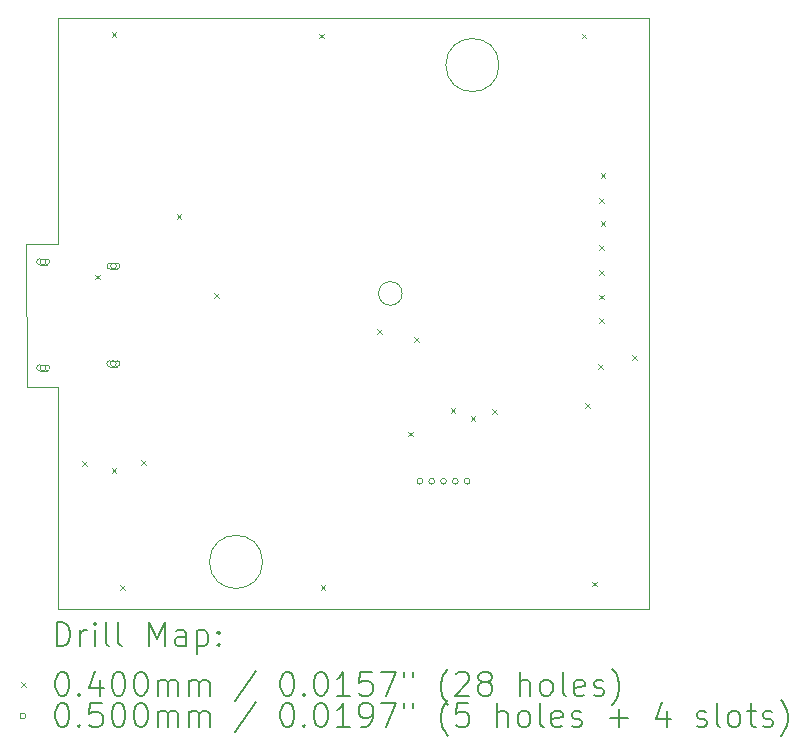
<source format=gbr>
%TF.GenerationSoftware,KiCad,Pcbnew,7.0.9*%
%TF.CreationDate,2023-11-26T00:13:49+01:00*%
%TF.ProjectId,v1,76312e6b-6963-4616-945f-706362585858,rev?*%
%TF.SameCoordinates,Original*%
%TF.FileFunction,Drillmap*%
%TF.FilePolarity,Positive*%
%FSLAX45Y45*%
G04 Gerber Fmt 4.5, Leading zero omitted, Abs format (unit mm)*
G04 Created by KiCad (PCBNEW 7.0.9) date 2023-11-26 00:13:49*
%MOMM*%
%LPD*%
G01*
G04 APERTURE LIST*
%ADD10C,0.100000*%
%ADD11C,0.200000*%
G04 APERTURE END LIST*
D10*
X17270720Y-7620000D02*
X17270720Y-12618720D01*
X12002000Y-10740000D02*
X12272000Y-10740000D01*
X17270720Y-12618720D02*
X12272000Y-12618720D01*
X12272000Y-9530000D02*
X12000000Y-9530000D01*
X12272000Y-7620000D02*
X17270720Y-7620000D01*
X15182000Y-9950000D02*
G75*
G03*
X15182000Y-9950000I-100000J0D01*
G01*
X12272000Y-12618720D02*
X12272000Y-10740000D01*
X12000000Y-9530000D02*
X12002000Y-10740000D01*
X16002200Y-8016240D02*
G75*
G03*
X16002200Y-8016240I-225000J0D01*
G01*
X14000680Y-12222480D02*
G75*
G03*
X14000680Y-12222480I-225000J0D01*
G01*
X12272000Y-9530000D02*
X12272000Y-7620000D01*
D11*
D10*
X12472000Y-11370000D02*
X12512000Y-11410000D01*
X12512000Y-11370000D02*
X12472000Y-11410000D01*
X12582000Y-9790000D02*
X12622000Y-9830000D01*
X12622000Y-9790000D02*
X12582000Y-9830000D01*
X12722000Y-7740000D02*
X12762000Y-7780000D01*
X12762000Y-7740000D02*
X12722000Y-7780000D01*
X12722000Y-11430000D02*
X12762000Y-11470000D01*
X12762000Y-11430000D02*
X12722000Y-11470000D01*
X12792000Y-12420000D02*
X12832000Y-12460000D01*
X12832000Y-12420000D02*
X12792000Y-12460000D01*
X12972000Y-11360000D02*
X13012000Y-11400000D01*
X13012000Y-11360000D02*
X12972000Y-11400000D01*
X13272000Y-9280000D02*
X13312000Y-9320000D01*
X13312000Y-9280000D02*
X13272000Y-9320000D01*
X13592000Y-9950000D02*
X13632000Y-9990000D01*
X13632000Y-9950000D02*
X13592000Y-9990000D01*
X14482000Y-7750000D02*
X14522000Y-7790000D01*
X14522000Y-7750000D02*
X14482000Y-7790000D01*
X14492000Y-12420000D02*
X14532000Y-12460000D01*
X14532000Y-12420000D02*
X14492000Y-12460000D01*
X14972000Y-10250000D02*
X15012000Y-10290000D01*
X15012000Y-10250000D02*
X14972000Y-10290000D01*
X15232000Y-11120000D02*
X15272000Y-11160000D01*
X15272000Y-11120000D02*
X15232000Y-11160000D01*
X15282000Y-10320000D02*
X15322000Y-10360000D01*
X15322000Y-10320000D02*
X15282000Y-10360000D01*
X15592000Y-10920000D02*
X15632000Y-10960000D01*
X15632000Y-10920000D02*
X15592000Y-10960000D01*
X15762000Y-10990000D02*
X15802000Y-11030000D01*
X15802000Y-10990000D02*
X15762000Y-11030000D01*
X15942000Y-10930000D02*
X15982000Y-10970000D01*
X15982000Y-10930000D02*
X15942000Y-10970000D01*
X16702000Y-7750000D02*
X16742000Y-7790000D01*
X16742000Y-7750000D02*
X16702000Y-7790000D01*
X16732000Y-10880000D02*
X16772000Y-10920000D01*
X16772000Y-10880000D02*
X16732000Y-10920000D01*
X16792000Y-12390000D02*
X16832000Y-12430000D01*
X16832000Y-12390000D02*
X16792000Y-12430000D01*
X16842000Y-10550000D02*
X16882000Y-10590000D01*
X16882000Y-10550000D02*
X16842000Y-10590000D01*
X16852000Y-9140000D02*
X16892000Y-9180000D01*
X16892000Y-9140000D02*
X16852000Y-9180000D01*
X16852000Y-9540000D02*
X16892000Y-9580000D01*
X16892000Y-9540000D02*
X16852000Y-9580000D01*
X16852000Y-9750000D02*
X16892000Y-9790000D01*
X16892000Y-9750000D02*
X16852000Y-9790000D01*
X16852000Y-9960000D02*
X16892000Y-10000000D01*
X16892000Y-9960000D02*
X16852000Y-10000000D01*
X16852000Y-10160000D02*
X16892000Y-10200000D01*
X16892000Y-10160000D02*
X16852000Y-10200000D01*
X16862000Y-8930000D02*
X16902000Y-8970000D01*
X16902000Y-8930000D02*
X16862000Y-8970000D01*
X16862000Y-9340000D02*
X16902000Y-9380000D01*
X16902000Y-9340000D02*
X16862000Y-9380000D01*
X17132000Y-10470000D02*
X17172000Y-10510000D01*
X17172000Y-10470000D02*
X17132000Y-10510000D01*
X12167000Y-9682000D02*
G75*
G03*
X12167000Y-9682000I-25000J0D01*
G01*
X12112000Y-9707000D02*
X12172000Y-9707000D01*
X12172000Y-9707000D02*
G75*
G03*
X12172000Y-9657000I0J25000D01*
G01*
X12172000Y-9657000D02*
X12112000Y-9657000D01*
X12112000Y-9657000D02*
G75*
G03*
X12112000Y-9707000I0J-25000D01*
G01*
X12167000Y-10580000D02*
G75*
G03*
X12167000Y-10580000I-25000J0D01*
G01*
X12112000Y-10605000D02*
X12172000Y-10605000D01*
X12172000Y-10605000D02*
G75*
G03*
X12172000Y-10555000I0J25000D01*
G01*
X12172000Y-10555000D02*
X12112000Y-10555000D01*
X12112000Y-10555000D02*
G75*
G03*
X12112000Y-10605000I0J-25000D01*
G01*
X12762000Y-9718000D02*
G75*
G03*
X12762000Y-9718000I-25000J0D01*
G01*
X12707000Y-9743000D02*
X12767000Y-9743000D01*
X12767000Y-9743000D02*
G75*
G03*
X12767000Y-9693000I0J25000D01*
G01*
X12767000Y-9693000D02*
X12707000Y-9693000D01*
X12707000Y-9693000D02*
G75*
G03*
X12707000Y-9743000I0J-25000D01*
G01*
X12762000Y-10544000D02*
G75*
G03*
X12762000Y-10544000I-25000J0D01*
G01*
X12707000Y-10569000D02*
X12767000Y-10569000D01*
X12767000Y-10569000D02*
G75*
G03*
X12767000Y-10519000I0J25000D01*
G01*
X12767000Y-10519000D02*
X12707000Y-10519000D01*
X12707000Y-10519000D02*
G75*
G03*
X12707000Y-10569000I0J-25000D01*
G01*
X15357000Y-11540000D02*
G75*
G03*
X15357000Y-11540000I-25000J0D01*
G01*
X15457000Y-11540000D02*
G75*
G03*
X15457000Y-11540000I-25000J0D01*
G01*
X15557000Y-11540000D02*
G75*
G03*
X15557000Y-11540000I-25000J0D01*
G01*
X15657000Y-11540000D02*
G75*
G03*
X15657000Y-11540000I-25000J0D01*
G01*
X15757000Y-11540000D02*
G75*
G03*
X15757000Y-11540000I-25000J0D01*
G01*
D11*
X12255777Y-12935204D02*
X12255777Y-12735204D01*
X12255777Y-12735204D02*
X12303396Y-12735204D01*
X12303396Y-12735204D02*
X12331967Y-12744728D01*
X12331967Y-12744728D02*
X12351015Y-12763775D01*
X12351015Y-12763775D02*
X12360539Y-12782823D01*
X12360539Y-12782823D02*
X12370062Y-12820918D01*
X12370062Y-12820918D02*
X12370062Y-12849489D01*
X12370062Y-12849489D02*
X12360539Y-12887585D01*
X12360539Y-12887585D02*
X12351015Y-12906632D01*
X12351015Y-12906632D02*
X12331967Y-12925680D01*
X12331967Y-12925680D02*
X12303396Y-12935204D01*
X12303396Y-12935204D02*
X12255777Y-12935204D01*
X12455777Y-12935204D02*
X12455777Y-12801870D01*
X12455777Y-12839966D02*
X12465301Y-12820918D01*
X12465301Y-12820918D02*
X12474824Y-12811394D01*
X12474824Y-12811394D02*
X12493872Y-12801870D01*
X12493872Y-12801870D02*
X12512920Y-12801870D01*
X12579586Y-12935204D02*
X12579586Y-12801870D01*
X12579586Y-12735204D02*
X12570062Y-12744728D01*
X12570062Y-12744728D02*
X12579586Y-12754251D01*
X12579586Y-12754251D02*
X12589110Y-12744728D01*
X12589110Y-12744728D02*
X12579586Y-12735204D01*
X12579586Y-12735204D02*
X12579586Y-12754251D01*
X12703396Y-12935204D02*
X12684348Y-12925680D01*
X12684348Y-12925680D02*
X12674824Y-12906632D01*
X12674824Y-12906632D02*
X12674824Y-12735204D01*
X12808158Y-12935204D02*
X12789110Y-12925680D01*
X12789110Y-12925680D02*
X12779586Y-12906632D01*
X12779586Y-12906632D02*
X12779586Y-12735204D01*
X13036729Y-12935204D02*
X13036729Y-12735204D01*
X13036729Y-12735204D02*
X13103396Y-12878061D01*
X13103396Y-12878061D02*
X13170062Y-12735204D01*
X13170062Y-12735204D02*
X13170062Y-12935204D01*
X13351015Y-12935204D02*
X13351015Y-12830442D01*
X13351015Y-12830442D02*
X13341491Y-12811394D01*
X13341491Y-12811394D02*
X13322443Y-12801870D01*
X13322443Y-12801870D02*
X13284348Y-12801870D01*
X13284348Y-12801870D02*
X13265301Y-12811394D01*
X13351015Y-12925680D02*
X13331967Y-12935204D01*
X13331967Y-12935204D02*
X13284348Y-12935204D01*
X13284348Y-12935204D02*
X13265301Y-12925680D01*
X13265301Y-12925680D02*
X13255777Y-12906632D01*
X13255777Y-12906632D02*
X13255777Y-12887585D01*
X13255777Y-12887585D02*
X13265301Y-12868537D01*
X13265301Y-12868537D02*
X13284348Y-12859013D01*
X13284348Y-12859013D02*
X13331967Y-12859013D01*
X13331967Y-12859013D02*
X13351015Y-12849489D01*
X13446253Y-12801870D02*
X13446253Y-13001870D01*
X13446253Y-12811394D02*
X13465301Y-12801870D01*
X13465301Y-12801870D02*
X13503396Y-12801870D01*
X13503396Y-12801870D02*
X13522443Y-12811394D01*
X13522443Y-12811394D02*
X13531967Y-12820918D01*
X13531967Y-12820918D02*
X13541491Y-12839966D01*
X13541491Y-12839966D02*
X13541491Y-12897108D01*
X13541491Y-12897108D02*
X13531967Y-12916156D01*
X13531967Y-12916156D02*
X13522443Y-12925680D01*
X13522443Y-12925680D02*
X13503396Y-12935204D01*
X13503396Y-12935204D02*
X13465301Y-12935204D01*
X13465301Y-12935204D02*
X13446253Y-12925680D01*
X13627205Y-12916156D02*
X13636729Y-12925680D01*
X13636729Y-12925680D02*
X13627205Y-12935204D01*
X13627205Y-12935204D02*
X13617682Y-12925680D01*
X13617682Y-12925680D02*
X13627205Y-12916156D01*
X13627205Y-12916156D02*
X13627205Y-12935204D01*
X13627205Y-12811394D02*
X13636729Y-12820918D01*
X13636729Y-12820918D02*
X13627205Y-12830442D01*
X13627205Y-12830442D02*
X13617682Y-12820918D01*
X13617682Y-12820918D02*
X13627205Y-12811394D01*
X13627205Y-12811394D02*
X13627205Y-12830442D01*
D10*
X11955000Y-13243720D02*
X11995000Y-13283720D01*
X11995000Y-13243720D02*
X11955000Y-13283720D01*
D11*
X12293872Y-13155204D02*
X12312920Y-13155204D01*
X12312920Y-13155204D02*
X12331967Y-13164728D01*
X12331967Y-13164728D02*
X12341491Y-13174251D01*
X12341491Y-13174251D02*
X12351015Y-13193299D01*
X12351015Y-13193299D02*
X12360539Y-13231394D01*
X12360539Y-13231394D02*
X12360539Y-13279013D01*
X12360539Y-13279013D02*
X12351015Y-13317108D01*
X12351015Y-13317108D02*
X12341491Y-13336156D01*
X12341491Y-13336156D02*
X12331967Y-13345680D01*
X12331967Y-13345680D02*
X12312920Y-13355204D01*
X12312920Y-13355204D02*
X12293872Y-13355204D01*
X12293872Y-13355204D02*
X12274824Y-13345680D01*
X12274824Y-13345680D02*
X12265301Y-13336156D01*
X12265301Y-13336156D02*
X12255777Y-13317108D01*
X12255777Y-13317108D02*
X12246253Y-13279013D01*
X12246253Y-13279013D02*
X12246253Y-13231394D01*
X12246253Y-13231394D02*
X12255777Y-13193299D01*
X12255777Y-13193299D02*
X12265301Y-13174251D01*
X12265301Y-13174251D02*
X12274824Y-13164728D01*
X12274824Y-13164728D02*
X12293872Y-13155204D01*
X12446253Y-13336156D02*
X12455777Y-13345680D01*
X12455777Y-13345680D02*
X12446253Y-13355204D01*
X12446253Y-13355204D02*
X12436729Y-13345680D01*
X12436729Y-13345680D02*
X12446253Y-13336156D01*
X12446253Y-13336156D02*
X12446253Y-13355204D01*
X12627205Y-13221870D02*
X12627205Y-13355204D01*
X12579586Y-13145680D02*
X12531967Y-13288537D01*
X12531967Y-13288537D02*
X12655777Y-13288537D01*
X12770062Y-13155204D02*
X12789110Y-13155204D01*
X12789110Y-13155204D02*
X12808158Y-13164728D01*
X12808158Y-13164728D02*
X12817682Y-13174251D01*
X12817682Y-13174251D02*
X12827205Y-13193299D01*
X12827205Y-13193299D02*
X12836729Y-13231394D01*
X12836729Y-13231394D02*
X12836729Y-13279013D01*
X12836729Y-13279013D02*
X12827205Y-13317108D01*
X12827205Y-13317108D02*
X12817682Y-13336156D01*
X12817682Y-13336156D02*
X12808158Y-13345680D01*
X12808158Y-13345680D02*
X12789110Y-13355204D01*
X12789110Y-13355204D02*
X12770062Y-13355204D01*
X12770062Y-13355204D02*
X12751015Y-13345680D01*
X12751015Y-13345680D02*
X12741491Y-13336156D01*
X12741491Y-13336156D02*
X12731967Y-13317108D01*
X12731967Y-13317108D02*
X12722443Y-13279013D01*
X12722443Y-13279013D02*
X12722443Y-13231394D01*
X12722443Y-13231394D02*
X12731967Y-13193299D01*
X12731967Y-13193299D02*
X12741491Y-13174251D01*
X12741491Y-13174251D02*
X12751015Y-13164728D01*
X12751015Y-13164728D02*
X12770062Y-13155204D01*
X12960539Y-13155204D02*
X12979586Y-13155204D01*
X12979586Y-13155204D02*
X12998634Y-13164728D01*
X12998634Y-13164728D02*
X13008158Y-13174251D01*
X13008158Y-13174251D02*
X13017682Y-13193299D01*
X13017682Y-13193299D02*
X13027205Y-13231394D01*
X13027205Y-13231394D02*
X13027205Y-13279013D01*
X13027205Y-13279013D02*
X13017682Y-13317108D01*
X13017682Y-13317108D02*
X13008158Y-13336156D01*
X13008158Y-13336156D02*
X12998634Y-13345680D01*
X12998634Y-13345680D02*
X12979586Y-13355204D01*
X12979586Y-13355204D02*
X12960539Y-13355204D01*
X12960539Y-13355204D02*
X12941491Y-13345680D01*
X12941491Y-13345680D02*
X12931967Y-13336156D01*
X12931967Y-13336156D02*
X12922443Y-13317108D01*
X12922443Y-13317108D02*
X12912920Y-13279013D01*
X12912920Y-13279013D02*
X12912920Y-13231394D01*
X12912920Y-13231394D02*
X12922443Y-13193299D01*
X12922443Y-13193299D02*
X12931967Y-13174251D01*
X12931967Y-13174251D02*
X12941491Y-13164728D01*
X12941491Y-13164728D02*
X12960539Y-13155204D01*
X13112920Y-13355204D02*
X13112920Y-13221870D01*
X13112920Y-13240918D02*
X13122443Y-13231394D01*
X13122443Y-13231394D02*
X13141491Y-13221870D01*
X13141491Y-13221870D02*
X13170063Y-13221870D01*
X13170063Y-13221870D02*
X13189110Y-13231394D01*
X13189110Y-13231394D02*
X13198634Y-13250442D01*
X13198634Y-13250442D02*
X13198634Y-13355204D01*
X13198634Y-13250442D02*
X13208158Y-13231394D01*
X13208158Y-13231394D02*
X13227205Y-13221870D01*
X13227205Y-13221870D02*
X13255777Y-13221870D01*
X13255777Y-13221870D02*
X13274824Y-13231394D01*
X13274824Y-13231394D02*
X13284348Y-13250442D01*
X13284348Y-13250442D02*
X13284348Y-13355204D01*
X13379586Y-13355204D02*
X13379586Y-13221870D01*
X13379586Y-13240918D02*
X13389110Y-13231394D01*
X13389110Y-13231394D02*
X13408158Y-13221870D01*
X13408158Y-13221870D02*
X13436729Y-13221870D01*
X13436729Y-13221870D02*
X13455777Y-13231394D01*
X13455777Y-13231394D02*
X13465301Y-13250442D01*
X13465301Y-13250442D02*
X13465301Y-13355204D01*
X13465301Y-13250442D02*
X13474824Y-13231394D01*
X13474824Y-13231394D02*
X13493872Y-13221870D01*
X13493872Y-13221870D02*
X13522443Y-13221870D01*
X13522443Y-13221870D02*
X13541491Y-13231394D01*
X13541491Y-13231394D02*
X13551015Y-13250442D01*
X13551015Y-13250442D02*
X13551015Y-13355204D01*
X13941491Y-13145680D02*
X13770063Y-13402823D01*
X14198634Y-13155204D02*
X14217682Y-13155204D01*
X14217682Y-13155204D02*
X14236729Y-13164728D01*
X14236729Y-13164728D02*
X14246253Y-13174251D01*
X14246253Y-13174251D02*
X14255777Y-13193299D01*
X14255777Y-13193299D02*
X14265301Y-13231394D01*
X14265301Y-13231394D02*
X14265301Y-13279013D01*
X14265301Y-13279013D02*
X14255777Y-13317108D01*
X14255777Y-13317108D02*
X14246253Y-13336156D01*
X14246253Y-13336156D02*
X14236729Y-13345680D01*
X14236729Y-13345680D02*
X14217682Y-13355204D01*
X14217682Y-13355204D02*
X14198634Y-13355204D01*
X14198634Y-13355204D02*
X14179586Y-13345680D01*
X14179586Y-13345680D02*
X14170063Y-13336156D01*
X14170063Y-13336156D02*
X14160539Y-13317108D01*
X14160539Y-13317108D02*
X14151015Y-13279013D01*
X14151015Y-13279013D02*
X14151015Y-13231394D01*
X14151015Y-13231394D02*
X14160539Y-13193299D01*
X14160539Y-13193299D02*
X14170063Y-13174251D01*
X14170063Y-13174251D02*
X14179586Y-13164728D01*
X14179586Y-13164728D02*
X14198634Y-13155204D01*
X14351015Y-13336156D02*
X14360539Y-13345680D01*
X14360539Y-13345680D02*
X14351015Y-13355204D01*
X14351015Y-13355204D02*
X14341491Y-13345680D01*
X14341491Y-13345680D02*
X14351015Y-13336156D01*
X14351015Y-13336156D02*
X14351015Y-13355204D01*
X14484348Y-13155204D02*
X14503396Y-13155204D01*
X14503396Y-13155204D02*
X14522444Y-13164728D01*
X14522444Y-13164728D02*
X14531967Y-13174251D01*
X14531967Y-13174251D02*
X14541491Y-13193299D01*
X14541491Y-13193299D02*
X14551015Y-13231394D01*
X14551015Y-13231394D02*
X14551015Y-13279013D01*
X14551015Y-13279013D02*
X14541491Y-13317108D01*
X14541491Y-13317108D02*
X14531967Y-13336156D01*
X14531967Y-13336156D02*
X14522444Y-13345680D01*
X14522444Y-13345680D02*
X14503396Y-13355204D01*
X14503396Y-13355204D02*
X14484348Y-13355204D01*
X14484348Y-13355204D02*
X14465301Y-13345680D01*
X14465301Y-13345680D02*
X14455777Y-13336156D01*
X14455777Y-13336156D02*
X14446253Y-13317108D01*
X14446253Y-13317108D02*
X14436729Y-13279013D01*
X14436729Y-13279013D02*
X14436729Y-13231394D01*
X14436729Y-13231394D02*
X14446253Y-13193299D01*
X14446253Y-13193299D02*
X14455777Y-13174251D01*
X14455777Y-13174251D02*
X14465301Y-13164728D01*
X14465301Y-13164728D02*
X14484348Y-13155204D01*
X14741491Y-13355204D02*
X14627206Y-13355204D01*
X14684348Y-13355204D02*
X14684348Y-13155204D01*
X14684348Y-13155204D02*
X14665301Y-13183775D01*
X14665301Y-13183775D02*
X14646253Y-13202823D01*
X14646253Y-13202823D02*
X14627206Y-13212347D01*
X14922444Y-13155204D02*
X14827206Y-13155204D01*
X14827206Y-13155204D02*
X14817682Y-13250442D01*
X14817682Y-13250442D02*
X14827206Y-13240918D01*
X14827206Y-13240918D02*
X14846253Y-13231394D01*
X14846253Y-13231394D02*
X14893872Y-13231394D01*
X14893872Y-13231394D02*
X14912920Y-13240918D01*
X14912920Y-13240918D02*
X14922444Y-13250442D01*
X14922444Y-13250442D02*
X14931967Y-13269489D01*
X14931967Y-13269489D02*
X14931967Y-13317108D01*
X14931967Y-13317108D02*
X14922444Y-13336156D01*
X14922444Y-13336156D02*
X14912920Y-13345680D01*
X14912920Y-13345680D02*
X14893872Y-13355204D01*
X14893872Y-13355204D02*
X14846253Y-13355204D01*
X14846253Y-13355204D02*
X14827206Y-13345680D01*
X14827206Y-13345680D02*
X14817682Y-13336156D01*
X14998634Y-13155204D02*
X15131967Y-13155204D01*
X15131967Y-13155204D02*
X15046253Y-13355204D01*
X15198634Y-13155204D02*
X15198634Y-13193299D01*
X15274825Y-13155204D02*
X15274825Y-13193299D01*
X15570063Y-13431394D02*
X15560539Y-13421870D01*
X15560539Y-13421870D02*
X15541491Y-13393299D01*
X15541491Y-13393299D02*
X15531968Y-13374251D01*
X15531968Y-13374251D02*
X15522444Y-13345680D01*
X15522444Y-13345680D02*
X15512920Y-13298061D01*
X15512920Y-13298061D02*
X15512920Y-13259966D01*
X15512920Y-13259966D02*
X15522444Y-13212347D01*
X15522444Y-13212347D02*
X15531968Y-13183775D01*
X15531968Y-13183775D02*
X15541491Y-13164728D01*
X15541491Y-13164728D02*
X15560539Y-13136156D01*
X15560539Y-13136156D02*
X15570063Y-13126632D01*
X15636729Y-13174251D02*
X15646253Y-13164728D01*
X15646253Y-13164728D02*
X15665301Y-13155204D01*
X15665301Y-13155204D02*
X15712920Y-13155204D01*
X15712920Y-13155204D02*
X15731968Y-13164728D01*
X15731968Y-13164728D02*
X15741491Y-13174251D01*
X15741491Y-13174251D02*
X15751015Y-13193299D01*
X15751015Y-13193299D02*
X15751015Y-13212347D01*
X15751015Y-13212347D02*
X15741491Y-13240918D01*
X15741491Y-13240918D02*
X15627206Y-13355204D01*
X15627206Y-13355204D02*
X15751015Y-13355204D01*
X15865301Y-13240918D02*
X15846253Y-13231394D01*
X15846253Y-13231394D02*
X15836729Y-13221870D01*
X15836729Y-13221870D02*
X15827206Y-13202823D01*
X15827206Y-13202823D02*
X15827206Y-13193299D01*
X15827206Y-13193299D02*
X15836729Y-13174251D01*
X15836729Y-13174251D02*
X15846253Y-13164728D01*
X15846253Y-13164728D02*
X15865301Y-13155204D01*
X15865301Y-13155204D02*
X15903396Y-13155204D01*
X15903396Y-13155204D02*
X15922444Y-13164728D01*
X15922444Y-13164728D02*
X15931968Y-13174251D01*
X15931968Y-13174251D02*
X15941491Y-13193299D01*
X15941491Y-13193299D02*
X15941491Y-13202823D01*
X15941491Y-13202823D02*
X15931968Y-13221870D01*
X15931968Y-13221870D02*
X15922444Y-13231394D01*
X15922444Y-13231394D02*
X15903396Y-13240918D01*
X15903396Y-13240918D02*
X15865301Y-13240918D01*
X15865301Y-13240918D02*
X15846253Y-13250442D01*
X15846253Y-13250442D02*
X15836729Y-13259966D01*
X15836729Y-13259966D02*
X15827206Y-13279013D01*
X15827206Y-13279013D02*
X15827206Y-13317108D01*
X15827206Y-13317108D02*
X15836729Y-13336156D01*
X15836729Y-13336156D02*
X15846253Y-13345680D01*
X15846253Y-13345680D02*
X15865301Y-13355204D01*
X15865301Y-13355204D02*
X15903396Y-13355204D01*
X15903396Y-13355204D02*
X15922444Y-13345680D01*
X15922444Y-13345680D02*
X15931968Y-13336156D01*
X15931968Y-13336156D02*
X15941491Y-13317108D01*
X15941491Y-13317108D02*
X15941491Y-13279013D01*
X15941491Y-13279013D02*
X15931968Y-13259966D01*
X15931968Y-13259966D02*
X15922444Y-13250442D01*
X15922444Y-13250442D02*
X15903396Y-13240918D01*
X16179587Y-13355204D02*
X16179587Y-13155204D01*
X16265301Y-13355204D02*
X16265301Y-13250442D01*
X16265301Y-13250442D02*
X16255777Y-13231394D01*
X16255777Y-13231394D02*
X16236730Y-13221870D01*
X16236730Y-13221870D02*
X16208158Y-13221870D01*
X16208158Y-13221870D02*
X16189110Y-13231394D01*
X16189110Y-13231394D02*
X16179587Y-13240918D01*
X16389110Y-13355204D02*
X16370063Y-13345680D01*
X16370063Y-13345680D02*
X16360539Y-13336156D01*
X16360539Y-13336156D02*
X16351015Y-13317108D01*
X16351015Y-13317108D02*
X16351015Y-13259966D01*
X16351015Y-13259966D02*
X16360539Y-13240918D01*
X16360539Y-13240918D02*
X16370063Y-13231394D01*
X16370063Y-13231394D02*
X16389110Y-13221870D01*
X16389110Y-13221870D02*
X16417682Y-13221870D01*
X16417682Y-13221870D02*
X16436730Y-13231394D01*
X16436730Y-13231394D02*
X16446253Y-13240918D01*
X16446253Y-13240918D02*
X16455777Y-13259966D01*
X16455777Y-13259966D02*
X16455777Y-13317108D01*
X16455777Y-13317108D02*
X16446253Y-13336156D01*
X16446253Y-13336156D02*
X16436730Y-13345680D01*
X16436730Y-13345680D02*
X16417682Y-13355204D01*
X16417682Y-13355204D02*
X16389110Y-13355204D01*
X16570063Y-13355204D02*
X16551015Y-13345680D01*
X16551015Y-13345680D02*
X16541491Y-13326632D01*
X16541491Y-13326632D02*
X16541491Y-13155204D01*
X16722444Y-13345680D02*
X16703396Y-13355204D01*
X16703396Y-13355204D02*
X16665301Y-13355204D01*
X16665301Y-13355204D02*
X16646253Y-13345680D01*
X16646253Y-13345680D02*
X16636730Y-13326632D01*
X16636730Y-13326632D02*
X16636730Y-13250442D01*
X16636730Y-13250442D02*
X16646253Y-13231394D01*
X16646253Y-13231394D02*
X16665301Y-13221870D01*
X16665301Y-13221870D02*
X16703396Y-13221870D01*
X16703396Y-13221870D02*
X16722444Y-13231394D01*
X16722444Y-13231394D02*
X16731968Y-13250442D01*
X16731968Y-13250442D02*
X16731968Y-13269489D01*
X16731968Y-13269489D02*
X16636730Y-13288537D01*
X16808158Y-13345680D02*
X16827206Y-13355204D01*
X16827206Y-13355204D02*
X16865301Y-13355204D01*
X16865301Y-13355204D02*
X16884349Y-13345680D01*
X16884349Y-13345680D02*
X16893873Y-13326632D01*
X16893873Y-13326632D02*
X16893873Y-13317108D01*
X16893873Y-13317108D02*
X16884349Y-13298061D01*
X16884349Y-13298061D02*
X16865301Y-13288537D01*
X16865301Y-13288537D02*
X16836730Y-13288537D01*
X16836730Y-13288537D02*
X16817682Y-13279013D01*
X16817682Y-13279013D02*
X16808158Y-13259966D01*
X16808158Y-13259966D02*
X16808158Y-13250442D01*
X16808158Y-13250442D02*
X16817682Y-13231394D01*
X16817682Y-13231394D02*
X16836730Y-13221870D01*
X16836730Y-13221870D02*
X16865301Y-13221870D01*
X16865301Y-13221870D02*
X16884349Y-13231394D01*
X16960539Y-13431394D02*
X16970063Y-13421870D01*
X16970063Y-13421870D02*
X16989111Y-13393299D01*
X16989111Y-13393299D02*
X16998634Y-13374251D01*
X16998634Y-13374251D02*
X17008158Y-13345680D01*
X17008158Y-13345680D02*
X17017682Y-13298061D01*
X17017682Y-13298061D02*
X17017682Y-13259966D01*
X17017682Y-13259966D02*
X17008158Y-13212347D01*
X17008158Y-13212347D02*
X16998634Y-13183775D01*
X16998634Y-13183775D02*
X16989111Y-13164728D01*
X16989111Y-13164728D02*
X16970063Y-13136156D01*
X16970063Y-13136156D02*
X16960539Y-13126632D01*
D10*
X11995000Y-13527720D02*
G75*
G03*
X11995000Y-13527720I-25000J0D01*
G01*
D11*
X12293872Y-13419204D02*
X12312920Y-13419204D01*
X12312920Y-13419204D02*
X12331967Y-13428728D01*
X12331967Y-13428728D02*
X12341491Y-13438251D01*
X12341491Y-13438251D02*
X12351015Y-13457299D01*
X12351015Y-13457299D02*
X12360539Y-13495394D01*
X12360539Y-13495394D02*
X12360539Y-13543013D01*
X12360539Y-13543013D02*
X12351015Y-13581108D01*
X12351015Y-13581108D02*
X12341491Y-13600156D01*
X12341491Y-13600156D02*
X12331967Y-13609680D01*
X12331967Y-13609680D02*
X12312920Y-13619204D01*
X12312920Y-13619204D02*
X12293872Y-13619204D01*
X12293872Y-13619204D02*
X12274824Y-13609680D01*
X12274824Y-13609680D02*
X12265301Y-13600156D01*
X12265301Y-13600156D02*
X12255777Y-13581108D01*
X12255777Y-13581108D02*
X12246253Y-13543013D01*
X12246253Y-13543013D02*
X12246253Y-13495394D01*
X12246253Y-13495394D02*
X12255777Y-13457299D01*
X12255777Y-13457299D02*
X12265301Y-13438251D01*
X12265301Y-13438251D02*
X12274824Y-13428728D01*
X12274824Y-13428728D02*
X12293872Y-13419204D01*
X12446253Y-13600156D02*
X12455777Y-13609680D01*
X12455777Y-13609680D02*
X12446253Y-13619204D01*
X12446253Y-13619204D02*
X12436729Y-13609680D01*
X12436729Y-13609680D02*
X12446253Y-13600156D01*
X12446253Y-13600156D02*
X12446253Y-13619204D01*
X12636729Y-13419204D02*
X12541491Y-13419204D01*
X12541491Y-13419204D02*
X12531967Y-13514442D01*
X12531967Y-13514442D02*
X12541491Y-13504918D01*
X12541491Y-13504918D02*
X12560539Y-13495394D01*
X12560539Y-13495394D02*
X12608158Y-13495394D01*
X12608158Y-13495394D02*
X12627205Y-13504918D01*
X12627205Y-13504918D02*
X12636729Y-13514442D01*
X12636729Y-13514442D02*
X12646253Y-13533489D01*
X12646253Y-13533489D02*
X12646253Y-13581108D01*
X12646253Y-13581108D02*
X12636729Y-13600156D01*
X12636729Y-13600156D02*
X12627205Y-13609680D01*
X12627205Y-13609680D02*
X12608158Y-13619204D01*
X12608158Y-13619204D02*
X12560539Y-13619204D01*
X12560539Y-13619204D02*
X12541491Y-13609680D01*
X12541491Y-13609680D02*
X12531967Y-13600156D01*
X12770062Y-13419204D02*
X12789110Y-13419204D01*
X12789110Y-13419204D02*
X12808158Y-13428728D01*
X12808158Y-13428728D02*
X12817682Y-13438251D01*
X12817682Y-13438251D02*
X12827205Y-13457299D01*
X12827205Y-13457299D02*
X12836729Y-13495394D01*
X12836729Y-13495394D02*
X12836729Y-13543013D01*
X12836729Y-13543013D02*
X12827205Y-13581108D01*
X12827205Y-13581108D02*
X12817682Y-13600156D01*
X12817682Y-13600156D02*
X12808158Y-13609680D01*
X12808158Y-13609680D02*
X12789110Y-13619204D01*
X12789110Y-13619204D02*
X12770062Y-13619204D01*
X12770062Y-13619204D02*
X12751015Y-13609680D01*
X12751015Y-13609680D02*
X12741491Y-13600156D01*
X12741491Y-13600156D02*
X12731967Y-13581108D01*
X12731967Y-13581108D02*
X12722443Y-13543013D01*
X12722443Y-13543013D02*
X12722443Y-13495394D01*
X12722443Y-13495394D02*
X12731967Y-13457299D01*
X12731967Y-13457299D02*
X12741491Y-13438251D01*
X12741491Y-13438251D02*
X12751015Y-13428728D01*
X12751015Y-13428728D02*
X12770062Y-13419204D01*
X12960539Y-13419204D02*
X12979586Y-13419204D01*
X12979586Y-13419204D02*
X12998634Y-13428728D01*
X12998634Y-13428728D02*
X13008158Y-13438251D01*
X13008158Y-13438251D02*
X13017682Y-13457299D01*
X13017682Y-13457299D02*
X13027205Y-13495394D01*
X13027205Y-13495394D02*
X13027205Y-13543013D01*
X13027205Y-13543013D02*
X13017682Y-13581108D01*
X13017682Y-13581108D02*
X13008158Y-13600156D01*
X13008158Y-13600156D02*
X12998634Y-13609680D01*
X12998634Y-13609680D02*
X12979586Y-13619204D01*
X12979586Y-13619204D02*
X12960539Y-13619204D01*
X12960539Y-13619204D02*
X12941491Y-13609680D01*
X12941491Y-13609680D02*
X12931967Y-13600156D01*
X12931967Y-13600156D02*
X12922443Y-13581108D01*
X12922443Y-13581108D02*
X12912920Y-13543013D01*
X12912920Y-13543013D02*
X12912920Y-13495394D01*
X12912920Y-13495394D02*
X12922443Y-13457299D01*
X12922443Y-13457299D02*
X12931967Y-13438251D01*
X12931967Y-13438251D02*
X12941491Y-13428728D01*
X12941491Y-13428728D02*
X12960539Y-13419204D01*
X13112920Y-13619204D02*
X13112920Y-13485870D01*
X13112920Y-13504918D02*
X13122443Y-13495394D01*
X13122443Y-13495394D02*
X13141491Y-13485870D01*
X13141491Y-13485870D02*
X13170063Y-13485870D01*
X13170063Y-13485870D02*
X13189110Y-13495394D01*
X13189110Y-13495394D02*
X13198634Y-13514442D01*
X13198634Y-13514442D02*
X13198634Y-13619204D01*
X13198634Y-13514442D02*
X13208158Y-13495394D01*
X13208158Y-13495394D02*
X13227205Y-13485870D01*
X13227205Y-13485870D02*
X13255777Y-13485870D01*
X13255777Y-13485870D02*
X13274824Y-13495394D01*
X13274824Y-13495394D02*
X13284348Y-13514442D01*
X13284348Y-13514442D02*
X13284348Y-13619204D01*
X13379586Y-13619204D02*
X13379586Y-13485870D01*
X13379586Y-13504918D02*
X13389110Y-13495394D01*
X13389110Y-13495394D02*
X13408158Y-13485870D01*
X13408158Y-13485870D02*
X13436729Y-13485870D01*
X13436729Y-13485870D02*
X13455777Y-13495394D01*
X13455777Y-13495394D02*
X13465301Y-13514442D01*
X13465301Y-13514442D02*
X13465301Y-13619204D01*
X13465301Y-13514442D02*
X13474824Y-13495394D01*
X13474824Y-13495394D02*
X13493872Y-13485870D01*
X13493872Y-13485870D02*
X13522443Y-13485870D01*
X13522443Y-13485870D02*
X13541491Y-13495394D01*
X13541491Y-13495394D02*
X13551015Y-13514442D01*
X13551015Y-13514442D02*
X13551015Y-13619204D01*
X13941491Y-13409680D02*
X13770063Y-13666823D01*
X14198634Y-13419204D02*
X14217682Y-13419204D01*
X14217682Y-13419204D02*
X14236729Y-13428728D01*
X14236729Y-13428728D02*
X14246253Y-13438251D01*
X14246253Y-13438251D02*
X14255777Y-13457299D01*
X14255777Y-13457299D02*
X14265301Y-13495394D01*
X14265301Y-13495394D02*
X14265301Y-13543013D01*
X14265301Y-13543013D02*
X14255777Y-13581108D01*
X14255777Y-13581108D02*
X14246253Y-13600156D01*
X14246253Y-13600156D02*
X14236729Y-13609680D01*
X14236729Y-13609680D02*
X14217682Y-13619204D01*
X14217682Y-13619204D02*
X14198634Y-13619204D01*
X14198634Y-13619204D02*
X14179586Y-13609680D01*
X14179586Y-13609680D02*
X14170063Y-13600156D01*
X14170063Y-13600156D02*
X14160539Y-13581108D01*
X14160539Y-13581108D02*
X14151015Y-13543013D01*
X14151015Y-13543013D02*
X14151015Y-13495394D01*
X14151015Y-13495394D02*
X14160539Y-13457299D01*
X14160539Y-13457299D02*
X14170063Y-13438251D01*
X14170063Y-13438251D02*
X14179586Y-13428728D01*
X14179586Y-13428728D02*
X14198634Y-13419204D01*
X14351015Y-13600156D02*
X14360539Y-13609680D01*
X14360539Y-13609680D02*
X14351015Y-13619204D01*
X14351015Y-13619204D02*
X14341491Y-13609680D01*
X14341491Y-13609680D02*
X14351015Y-13600156D01*
X14351015Y-13600156D02*
X14351015Y-13619204D01*
X14484348Y-13419204D02*
X14503396Y-13419204D01*
X14503396Y-13419204D02*
X14522444Y-13428728D01*
X14522444Y-13428728D02*
X14531967Y-13438251D01*
X14531967Y-13438251D02*
X14541491Y-13457299D01*
X14541491Y-13457299D02*
X14551015Y-13495394D01*
X14551015Y-13495394D02*
X14551015Y-13543013D01*
X14551015Y-13543013D02*
X14541491Y-13581108D01*
X14541491Y-13581108D02*
X14531967Y-13600156D01*
X14531967Y-13600156D02*
X14522444Y-13609680D01*
X14522444Y-13609680D02*
X14503396Y-13619204D01*
X14503396Y-13619204D02*
X14484348Y-13619204D01*
X14484348Y-13619204D02*
X14465301Y-13609680D01*
X14465301Y-13609680D02*
X14455777Y-13600156D01*
X14455777Y-13600156D02*
X14446253Y-13581108D01*
X14446253Y-13581108D02*
X14436729Y-13543013D01*
X14436729Y-13543013D02*
X14436729Y-13495394D01*
X14436729Y-13495394D02*
X14446253Y-13457299D01*
X14446253Y-13457299D02*
X14455777Y-13438251D01*
X14455777Y-13438251D02*
X14465301Y-13428728D01*
X14465301Y-13428728D02*
X14484348Y-13419204D01*
X14741491Y-13619204D02*
X14627206Y-13619204D01*
X14684348Y-13619204D02*
X14684348Y-13419204D01*
X14684348Y-13419204D02*
X14665301Y-13447775D01*
X14665301Y-13447775D02*
X14646253Y-13466823D01*
X14646253Y-13466823D02*
X14627206Y-13476347D01*
X14836729Y-13619204D02*
X14874825Y-13619204D01*
X14874825Y-13619204D02*
X14893872Y-13609680D01*
X14893872Y-13609680D02*
X14903396Y-13600156D01*
X14903396Y-13600156D02*
X14922444Y-13571585D01*
X14922444Y-13571585D02*
X14931967Y-13533489D01*
X14931967Y-13533489D02*
X14931967Y-13457299D01*
X14931967Y-13457299D02*
X14922444Y-13438251D01*
X14922444Y-13438251D02*
X14912920Y-13428728D01*
X14912920Y-13428728D02*
X14893872Y-13419204D01*
X14893872Y-13419204D02*
X14855777Y-13419204D01*
X14855777Y-13419204D02*
X14836729Y-13428728D01*
X14836729Y-13428728D02*
X14827206Y-13438251D01*
X14827206Y-13438251D02*
X14817682Y-13457299D01*
X14817682Y-13457299D02*
X14817682Y-13504918D01*
X14817682Y-13504918D02*
X14827206Y-13523966D01*
X14827206Y-13523966D02*
X14836729Y-13533489D01*
X14836729Y-13533489D02*
X14855777Y-13543013D01*
X14855777Y-13543013D02*
X14893872Y-13543013D01*
X14893872Y-13543013D02*
X14912920Y-13533489D01*
X14912920Y-13533489D02*
X14922444Y-13523966D01*
X14922444Y-13523966D02*
X14931967Y-13504918D01*
X14998634Y-13419204D02*
X15131967Y-13419204D01*
X15131967Y-13419204D02*
X15046253Y-13619204D01*
X15198634Y-13419204D02*
X15198634Y-13457299D01*
X15274825Y-13419204D02*
X15274825Y-13457299D01*
X15570063Y-13695394D02*
X15560539Y-13685870D01*
X15560539Y-13685870D02*
X15541491Y-13657299D01*
X15541491Y-13657299D02*
X15531968Y-13638251D01*
X15531968Y-13638251D02*
X15522444Y-13609680D01*
X15522444Y-13609680D02*
X15512920Y-13562061D01*
X15512920Y-13562061D02*
X15512920Y-13523966D01*
X15512920Y-13523966D02*
X15522444Y-13476347D01*
X15522444Y-13476347D02*
X15531968Y-13447775D01*
X15531968Y-13447775D02*
X15541491Y-13428728D01*
X15541491Y-13428728D02*
X15560539Y-13400156D01*
X15560539Y-13400156D02*
X15570063Y-13390632D01*
X15741491Y-13419204D02*
X15646253Y-13419204D01*
X15646253Y-13419204D02*
X15636729Y-13514442D01*
X15636729Y-13514442D02*
X15646253Y-13504918D01*
X15646253Y-13504918D02*
X15665301Y-13495394D01*
X15665301Y-13495394D02*
X15712920Y-13495394D01*
X15712920Y-13495394D02*
X15731968Y-13504918D01*
X15731968Y-13504918D02*
X15741491Y-13514442D01*
X15741491Y-13514442D02*
X15751015Y-13533489D01*
X15751015Y-13533489D02*
X15751015Y-13581108D01*
X15751015Y-13581108D02*
X15741491Y-13600156D01*
X15741491Y-13600156D02*
X15731968Y-13609680D01*
X15731968Y-13609680D02*
X15712920Y-13619204D01*
X15712920Y-13619204D02*
X15665301Y-13619204D01*
X15665301Y-13619204D02*
X15646253Y-13609680D01*
X15646253Y-13609680D02*
X15636729Y-13600156D01*
X15989110Y-13619204D02*
X15989110Y-13419204D01*
X16074825Y-13619204D02*
X16074825Y-13514442D01*
X16074825Y-13514442D02*
X16065301Y-13495394D01*
X16065301Y-13495394D02*
X16046253Y-13485870D01*
X16046253Y-13485870D02*
X16017682Y-13485870D01*
X16017682Y-13485870D02*
X15998634Y-13495394D01*
X15998634Y-13495394D02*
X15989110Y-13504918D01*
X16198634Y-13619204D02*
X16179587Y-13609680D01*
X16179587Y-13609680D02*
X16170063Y-13600156D01*
X16170063Y-13600156D02*
X16160539Y-13581108D01*
X16160539Y-13581108D02*
X16160539Y-13523966D01*
X16160539Y-13523966D02*
X16170063Y-13504918D01*
X16170063Y-13504918D02*
X16179587Y-13495394D01*
X16179587Y-13495394D02*
X16198634Y-13485870D01*
X16198634Y-13485870D02*
X16227206Y-13485870D01*
X16227206Y-13485870D02*
X16246253Y-13495394D01*
X16246253Y-13495394D02*
X16255777Y-13504918D01*
X16255777Y-13504918D02*
X16265301Y-13523966D01*
X16265301Y-13523966D02*
X16265301Y-13581108D01*
X16265301Y-13581108D02*
X16255777Y-13600156D01*
X16255777Y-13600156D02*
X16246253Y-13609680D01*
X16246253Y-13609680D02*
X16227206Y-13619204D01*
X16227206Y-13619204D02*
X16198634Y-13619204D01*
X16379587Y-13619204D02*
X16360539Y-13609680D01*
X16360539Y-13609680D02*
X16351015Y-13590632D01*
X16351015Y-13590632D02*
X16351015Y-13419204D01*
X16531968Y-13609680D02*
X16512920Y-13619204D01*
X16512920Y-13619204D02*
X16474825Y-13619204D01*
X16474825Y-13619204D02*
X16455777Y-13609680D01*
X16455777Y-13609680D02*
X16446253Y-13590632D01*
X16446253Y-13590632D02*
X16446253Y-13514442D01*
X16446253Y-13514442D02*
X16455777Y-13495394D01*
X16455777Y-13495394D02*
X16474825Y-13485870D01*
X16474825Y-13485870D02*
X16512920Y-13485870D01*
X16512920Y-13485870D02*
X16531968Y-13495394D01*
X16531968Y-13495394D02*
X16541491Y-13514442D01*
X16541491Y-13514442D02*
X16541491Y-13533489D01*
X16541491Y-13533489D02*
X16446253Y-13552537D01*
X16617682Y-13609680D02*
X16636730Y-13619204D01*
X16636730Y-13619204D02*
X16674825Y-13619204D01*
X16674825Y-13619204D02*
X16693872Y-13609680D01*
X16693872Y-13609680D02*
X16703396Y-13590632D01*
X16703396Y-13590632D02*
X16703396Y-13581108D01*
X16703396Y-13581108D02*
X16693872Y-13562061D01*
X16693872Y-13562061D02*
X16674825Y-13552537D01*
X16674825Y-13552537D02*
X16646253Y-13552537D01*
X16646253Y-13552537D02*
X16627206Y-13543013D01*
X16627206Y-13543013D02*
X16617682Y-13523966D01*
X16617682Y-13523966D02*
X16617682Y-13514442D01*
X16617682Y-13514442D02*
X16627206Y-13495394D01*
X16627206Y-13495394D02*
X16646253Y-13485870D01*
X16646253Y-13485870D02*
X16674825Y-13485870D01*
X16674825Y-13485870D02*
X16693872Y-13495394D01*
X16941492Y-13543013D02*
X17093873Y-13543013D01*
X17017682Y-13619204D02*
X17017682Y-13466823D01*
X17427206Y-13485870D02*
X17427206Y-13619204D01*
X17379587Y-13409680D02*
X17331968Y-13552537D01*
X17331968Y-13552537D02*
X17455777Y-13552537D01*
X17674825Y-13609680D02*
X17693873Y-13619204D01*
X17693873Y-13619204D02*
X17731968Y-13619204D01*
X17731968Y-13619204D02*
X17751016Y-13609680D01*
X17751016Y-13609680D02*
X17760539Y-13590632D01*
X17760539Y-13590632D02*
X17760539Y-13581108D01*
X17760539Y-13581108D02*
X17751016Y-13562061D01*
X17751016Y-13562061D02*
X17731968Y-13552537D01*
X17731968Y-13552537D02*
X17703396Y-13552537D01*
X17703396Y-13552537D02*
X17684349Y-13543013D01*
X17684349Y-13543013D02*
X17674825Y-13523966D01*
X17674825Y-13523966D02*
X17674825Y-13514442D01*
X17674825Y-13514442D02*
X17684349Y-13495394D01*
X17684349Y-13495394D02*
X17703396Y-13485870D01*
X17703396Y-13485870D02*
X17731968Y-13485870D01*
X17731968Y-13485870D02*
X17751016Y-13495394D01*
X17874825Y-13619204D02*
X17855777Y-13609680D01*
X17855777Y-13609680D02*
X17846254Y-13590632D01*
X17846254Y-13590632D02*
X17846254Y-13419204D01*
X17979587Y-13619204D02*
X17960539Y-13609680D01*
X17960539Y-13609680D02*
X17951016Y-13600156D01*
X17951016Y-13600156D02*
X17941492Y-13581108D01*
X17941492Y-13581108D02*
X17941492Y-13523966D01*
X17941492Y-13523966D02*
X17951016Y-13504918D01*
X17951016Y-13504918D02*
X17960539Y-13495394D01*
X17960539Y-13495394D02*
X17979587Y-13485870D01*
X17979587Y-13485870D02*
X18008158Y-13485870D01*
X18008158Y-13485870D02*
X18027206Y-13495394D01*
X18027206Y-13495394D02*
X18036730Y-13504918D01*
X18036730Y-13504918D02*
X18046254Y-13523966D01*
X18046254Y-13523966D02*
X18046254Y-13581108D01*
X18046254Y-13581108D02*
X18036730Y-13600156D01*
X18036730Y-13600156D02*
X18027206Y-13609680D01*
X18027206Y-13609680D02*
X18008158Y-13619204D01*
X18008158Y-13619204D02*
X17979587Y-13619204D01*
X18103397Y-13485870D02*
X18179587Y-13485870D01*
X18131968Y-13419204D02*
X18131968Y-13590632D01*
X18131968Y-13590632D02*
X18141492Y-13609680D01*
X18141492Y-13609680D02*
X18160539Y-13619204D01*
X18160539Y-13619204D02*
X18179587Y-13619204D01*
X18236730Y-13609680D02*
X18255777Y-13619204D01*
X18255777Y-13619204D02*
X18293873Y-13619204D01*
X18293873Y-13619204D02*
X18312920Y-13609680D01*
X18312920Y-13609680D02*
X18322444Y-13590632D01*
X18322444Y-13590632D02*
X18322444Y-13581108D01*
X18322444Y-13581108D02*
X18312920Y-13562061D01*
X18312920Y-13562061D02*
X18293873Y-13552537D01*
X18293873Y-13552537D02*
X18265301Y-13552537D01*
X18265301Y-13552537D02*
X18246254Y-13543013D01*
X18246254Y-13543013D02*
X18236730Y-13523966D01*
X18236730Y-13523966D02*
X18236730Y-13514442D01*
X18236730Y-13514442D02*
X18246254Y-13495394D01*
X18246254Y-13495394D02*
X18265301Y-13485870D01*
X18265301Y-13485870D02*
X18293873Y-13485870D01*
X18293873Y-13485870D02*
X18312920Y-13495394D01*
X18389111Y-13695394D02*
X18398635Y-13685870D01*
X18398635Y-13685870D02*
X18417682Y-13657299D01*
X18417682Y-13657299D02*
X18427206Y-13638251D01*
X18427206Y-13638251D02*
X18436730Y-13609680D01*
X18436730Y-13609680D02*
X18446254Y-13562061D01*
X18446254Y-13562061D02*
X18446254Y-13523966D01*
X18446254Y-13523966D02*
X18436730Y-13476347D01*
X18436730Y-13476347D02*
X18427206Y-13447775D01*
X18427206Y-13447775D02*
X18417682Y-13428728D01*
X18417682Y-13428728D02*
X18398635Y-13400156D01*
X18398635Y-13400156D02*
X18389111Y-13390632D01*
M02*

</source>
